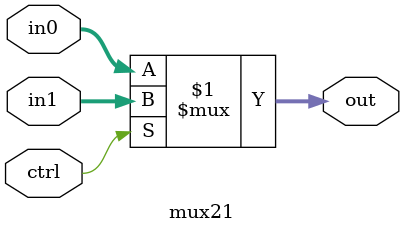
<source format=v>
module mux21(in0,in1,ctrl,out);
parameter width=8;
input [width-1:0] in0,in1;
input ctrl;
output [width-1:0] out;

assign out=ctrl?in1:in0;

endmodule

</source>
